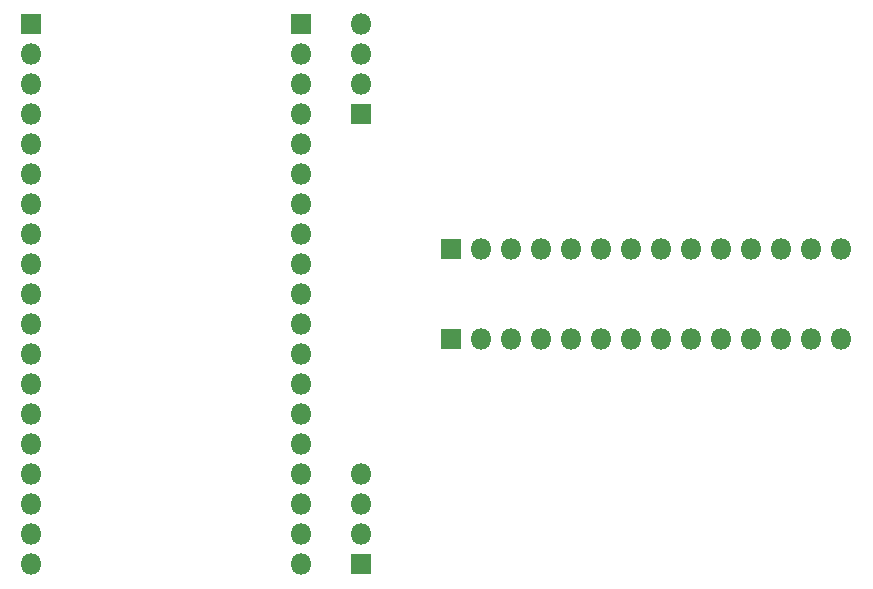
<source format=gbs>
G04 #@! TF.GenerationSoftware,KiCad,Pcbnew,5.1.6+dfsg1-1*
G04 #@! TF.CreationDate,2022-05-06T15:08:44-04:00*
G04 #@! TF.ProjectId,esp32-breadboard-adapter,65737033-322d-4627-9265-6164626f6172,rev?*
G04 #@! TF.SameCoordinates,Original*
G04 #@! TF.FileFunction,Soldermask,Bot*
G04 #@! TF.FilePolarity,Negative*
%FSLAX46Y46*%
G04 Gerber Fmt 4.6, Leading zero omitted, Abs format (unit mm)*
G04 Created by KiCad (PCBNEW 5.1.6+dfsg1-1) date 2022-05-06 15:08:44*
%MOMM*%
%LPD*%
G01*
G04 APERTURE LIST*
%ADD10O,1.800000X1.800000*%
%ADD11R,1.800000X1.800000*%
G04 APERTURE END LIST*
D10*
X231140000Y-93980000D03*
X228600000Y-93980000D03*
X226060000Y-93980000D03*
X223520000Y-93980000D03*
X220980000Y-93980000D03*
X218440000Y-93980000D03*
X215900000Y-93980000D03*
X213360000Y-93980000D03*
X210820000Y-93980000D03*
X208280000Y-93980000D03*
X205740000Y-93980000D03*
X203200000Y-93980000D03*
X200660000Y-93980000D03*
D11*
X198120000Y-93980000D03*
D10*
X231140000Y-101600000D03*
X228600000Y-101600000D03*
X226060000Y-101600000D03*
X223520000Y-101600000D03*
X220980000Y-101600000D03*
X218440000Y-101600000D03*
X215900000Y-101600000D03*
X213360000Y-101600000D03*
X210820000Y-101600000D03*
X208280000Y-101600000D03*
X205740000Y-101600000D03*
X203200000Y-101600000D03*
X200660000Y-101600000D03*
D11*
X198120000Y-101600000D03*
D10*
X190500000Y-113030000D03*
X190500000Y-115570000D03*
X190500000Y-118110000D03*
D11*
X190500000Y-120650000D03*
D10*
X190500000Y-74930000D03*
X190500000Y-77470000D03*
X190500000Y-80010000D03*
D11*
X190500000Y-82550000D03*
D10*
X185420000Y-120650000D03*
X185420000Y-118110000D03*
X185420000Y-115570000D03*
X185420000Y-113030000D03*
X185420000Y-110490000D03*
X185420000Y-107950000D03*
X185420000Y-105410000D03*
X185420000Y-102870000D03*
X185420000Y-100330000D03*
X185420000Y-97790000D03*
X185420000Y-95250000D03*
X185420000Y-92710000D03*
X185420000Y-90170000D03*
X185420000Y-87630000D03*
X185420000Y-85090000D03*
X185420000Y-82550000D03*
X185420000Y-80010000D03*
X185420000Y-77470000D03*
D11*
X185420000Y-74930000D03*
D10*
X162560000Y-120650000D03*
X162560000Y-118110000D03*
X162560000Y-115570000D03*
X162560000Y-113030000D03*
X162560000Y-110490000D03*
X162560000Y-107950000D03*
X162560000Y-105410000D03*
X162560000Y-102870000D03*
X162560000Y-100330000D03*
X162560000Y-97790000D03*
X162560000Y-95250000D03*
X162560000Y-92710000D03*
X162560000Y-90170000D03*
X162560000Y-87630000D03*
X162560000Y-85090000D03*
X162560000Y-82550000D03*
X162560000Y-80010000D03*
X162560000Y-77470000D03*
D11*
X162560000Y-74930000D03*
M02*

</source>
